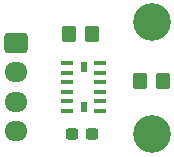
<source format=gbr>
%TF.GenerationSoftware,KiCad,Pcbnew,9.0.2*%
%TF.CreationDate,2025-05-12T20:01:58-04:00*%
%TF.ProjectId,high-range-IMU,68696768-2d72-4616-9e67-652d494d552e,rev?*%
%TF.SameCoordinates,Original*%
%TF.FileFunction,Soldermask,Top*%
%TF.FilePolarity,Negative*%
%FSLAX46Y46*%
G04 Gerber Fmt 4.6, Leading zero omitted, Abs format (unit mm)*
G04 Created by KiCad (PCBNEW 9.0.2) date 2025-05-12 20:01:58*
%MOMM*%
%LPD*%
G01*
G04 APERTURE LIST*
G04 Aperture macros list*
%AMRoundRect*
0 Rectangle with rounded corners*
0 $1 Rounding radius*
0 $2 $3 $4 $5 $6 $7 $8 $9 X,Y pos of 4 corners*
0 Add a 4 corners polygon primitive as box body*
4,1,4,$2,$3,$4,$5,$6,$7,$8,$9,$2,$3,0*
0 Add four circle primitives for the rounded corners*
1,1,$1+$1,$2,$3*
1,1,$1+$1,$4,$5*
1,1,$1+$1,$6,$7*
1,1,$1+$1,$8,$9*
0 Add four rect primitives between the rounded corners*
20,1,$1+$1,$2,$3,$4,$5,0*
20,1,$1+$1,$4,$5,$6,$7,0*
20,1,$1+$1,$6,$7,$8,$9,0*
20,1,$1+$1,$8,$9,$2,$3,0*%
G04 Aperture macros list end*
%ADD10RoundRect,0.250000X-0.350000X-0.450000X0.350000X-0.450000X0.350000X0.450000X-0.350000X0.450000X0*%
%ADD11C,3.200000*%
%ADD12RoundRect,0.250000X0.350000X0.450000X-0.350000X0.450000X-0.350000X-0.450000X0.350000X-0.450000X0*%
%ADD13RoundRect,0.250000X-0.725000X0.600000X-0.725000X-0.600000X0.725000X-0.600000X0.725000X0.600000X0*%
%ADD14O,1.950000X1.700000*%
%ADD15R,1.117800X0.449200*%
%ADD16R,0.500000X0.813000*%
%ADD17RoundRect,0.237500X-0.300000X-0.237500X0.300000X-0.237500X0.300000X0.237500X-0.300000X0.237500X0*%
G04 APERTURE END LIST*
D10*
%TO.C,R1*%
X143500000Y-84000000D03*
X145500000Y-84000000D03*
%TD*%
D11*
%TO.C,H1*%
X150500000Y-83000000D03*
%TD*%
D12*
%TO.C,R2*%
X151500000Y-88000000D03*
X149500000Y-88000000D03*
%TD*%
D13*
%TO.C,J1*%
X139000000Y-84750000D03*
D14*
X139000000Y-87250000D03*
X139000000Y-89750000D03*
X139000000Y-92250000D03*
%TD*%
D11*
%TO.C,H2*%
X150500000Y-92500000D03*
%TD*%
D15*
%TO.C,U1*%
X143379099Y-86499999D03*
X143379099Y-87300000D03*
X143379099Y-88100001D03*
X143379099Y-88899999D03*
X143379099Y-89700000D03*
X143379099Y-90499999D03*
D16*
X144750000Y-90218498D03*
D15*
X146120901Y-90500001D03*
X146120901Y-89700000D03*
X146120901Y-88899999D03*
X146120901Y-88100001D03*
X146120901Y-87300000D03*
X146120901Y-86500001D03*
D16*
X144750000Y-86781502D03*
%TD*%
D17*
%TO.C,C1*%
X143775000Y-92500000D03*
X145500000Y-92500000D03*
%TD*%
M02*

</source>
